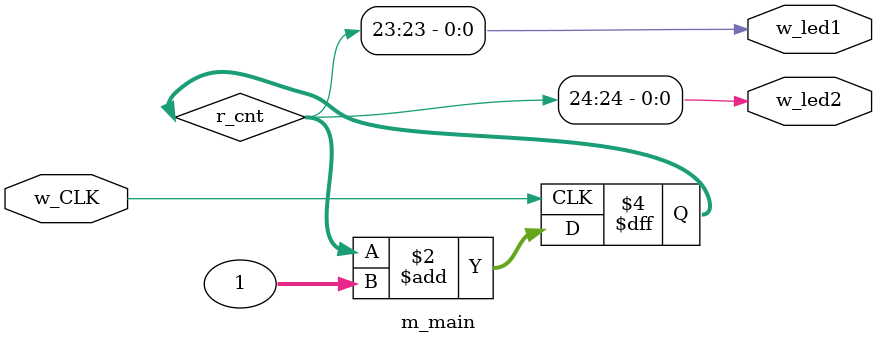
<source format=v>
/** main.v for A7_LITE FPGA Board  ArchLab Institute of Science Tokyo / Tokyo Tech **/
`default_nettype none

module m_main (
    input  wire  w_CLK  ,
    output wire  w_led1 ,
    output wire  w_led2
);

    reg [31:0] r_cnt = 0;
    always @(posedge w_CLK) r_cnt <= r_cnt + 1;
    assign w_led1 = r_cnt[23];
    assign w_led2 = r_cnt[24];
endmodule

</source>
